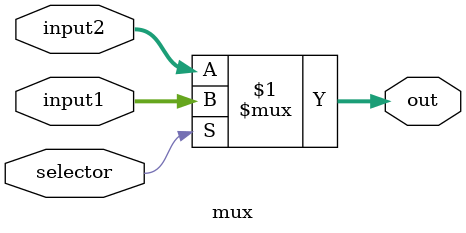
<source format=v>
`timescale 1ns / 1ps

module mux(

	input [31:0] input1, 
	input [31:0] input2,
	input selector,
	output [31:0] out
	
	);
	
	assign out = selector ? input1 : input2;

endmodule

</source>
